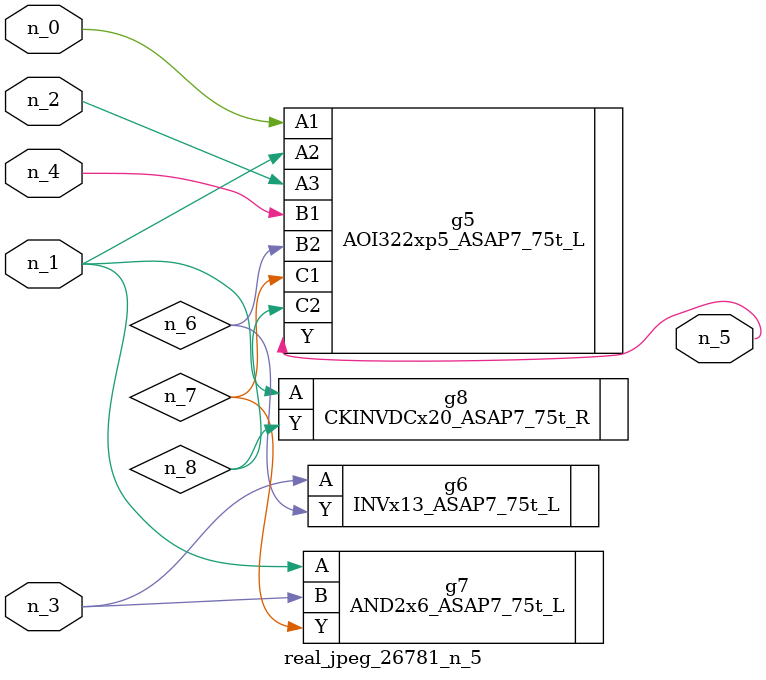
<source format=v>
module real_jpeg_26781_n_5 (n_4, n_0, n_1, n_2, n_3, n_5);

input n_4;
input n_0;
input n_1;
input n_2;
input n_3;

output n_5;

wire n_8;
wire n_6;
wire n_7;

AOI322xp5_ASAP7_75t_L g5 ( 
.A1(n_0),
.A2(n_1),
.A3(n_2),
.B1(n_4),
.B2(n_6),
.C1(n_7),
.C2(n_8),
.Y(n_5)
);

AND2x6_ASAP7_75t_L g7 ( 
.A(n_1),
.B(n_3),
.Y(n_7)
);

CKINVDCx20_ASAP7_75t_R g8 ( 
.A(n_1),
.Y(n_8)
);

INVx13_ASAP7_75t_L g6 ( 
.A(n_3),
.Y(n_6)
);


endmodule
</source>
